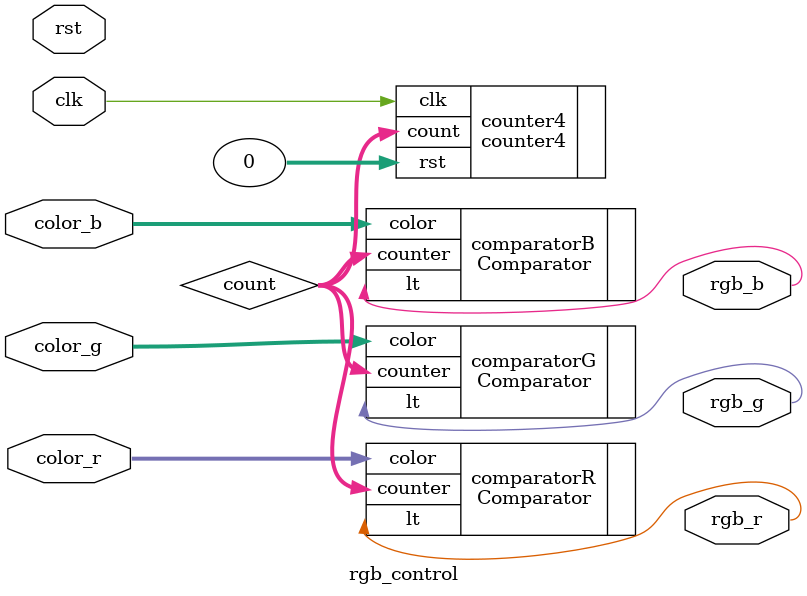
<source format=sv>
`timescale 1ns / 1ps

module rgb_control(
        input logic clk, rst,
        input logic [2:0] color_r, color_g, color_b,
        output logic rgb_r, rgb_g, rgb_b
    );
    logic [3:0] count;

    counter4 counter4(.clk, .rst(0), .count(count));
    Comparator comparatorR(.counter(count), .color(color_r), .lt(rgb_r));
    Comparator comparatorG(.counter(count), .color(color_g), .lt(rgb_g));
    Comparator comparatorB(.counter(count), .color(color_b), .lt(rgb_b));  
endmodule

</source>
